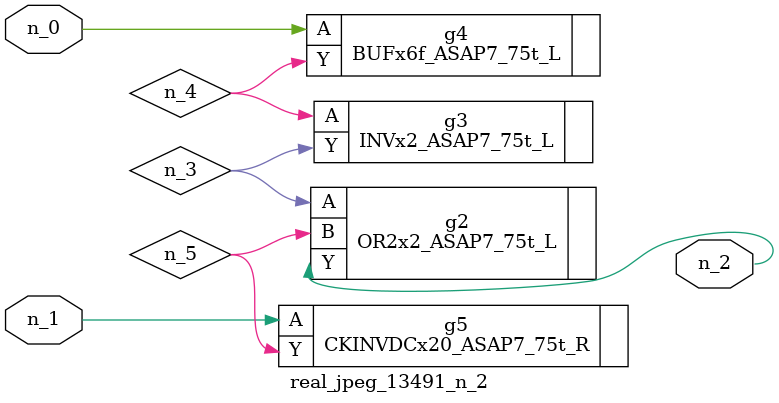
<source format=v>
module real_jpeg_13491_n_2 (n_1, n_0, n_2);

input n_1;
input n_0;

output n_2;

wire n_5;
wire n_4;
wire n_3;

BUFx6f_ASAP7_75t_L g4 ( 
.A(n_0),
.Y(n_4)
);

CKINVDCx20_ASAP7_75t_R g5 ( 
.A(n_1),
.Y(n_5)
);

OR2x2_ASAP7_75t_L g2 ( 
.A(n_3),
.B(n_5),
.Y(n_2)
);

INVx2_ASAP7_75t_L g3 ( 
.A(n_4),
.Y(n_3)
);


endmodule
</source>
